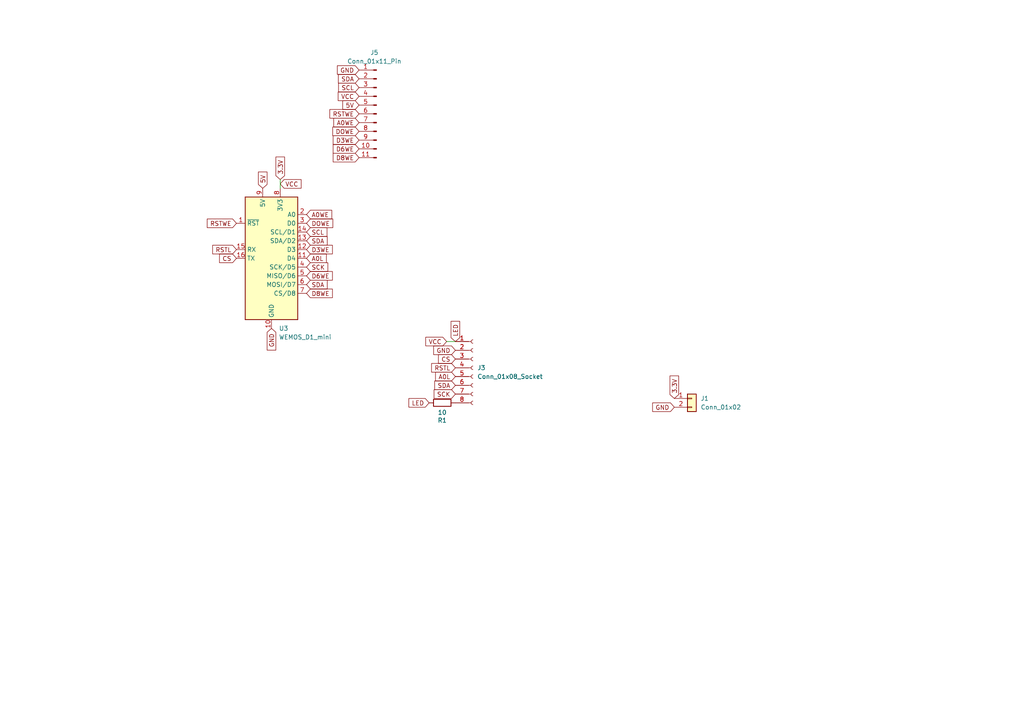
<source format=kicad_sch>
(kicad_sch
	(version 20241209)
	(generator "eeschema")
	(generator_version "8.99")
	(uuid "e8b92681-acdb-4d9b-b258-0eef7a166544")
	(paper "A4")
	(lib_symbols
		(symbol "Connector:Conn_01x08_Socket"
			(pin_names
				(offset 1.016)
				(hide yes)
			)
			(exclude_from_sim no)
			(in_bom yes)
			(on_board yes)
			(property "Reference" "J"
				(at 0 10.16 0)
				(effects
					(font
						(size 1.27 1.27)
					)
				)
			)
			(property "Value" "Conn_01x08_Socket"
				(at 0 -12.7 0)
				(effects
					(font
						(size 1.27 1.27)
					)
				)
			)
			(property "Footprint" ""
				(at 0 0 0)
				(effects
					(font
						(size 1.27 1.27)
					)
					(hide yes)
				)
			)
			(property "Datasheet" "~"
				(at 0 0 0)
				(effects
					(font
						(size 1.27 1.27)
					)
					(hide yes)
				)
			)
			(property "Description" "Generic connector, single row, 01x08, script generated"
				(at 0 0 0)
				(effects
					(font
						(size 1.27 1.27)
					)
					(hide yes)
				)
			)
			(property "ki_locked" ""
				(at 0 0 0)
				(effects
					(font
						(size 1.27 1.27)
					)
				)
			)
			(property "ki_keywords" "connector"
				(at 0 0 0)
				(effects
					(font
						(size 1.27 1.27)
					)
					(hide yes)
				)
			)
			(property "ki_fp_filters" "Connector*:*_1x??_*"
				(at 0 0 0)
				(effects
					(font
						(size 1.27 1.27)
					)
					(hide yes)
				)
			)
			(symbol "Conn_01x08_Socket_1_1"
				(polyline
					(pts
						(xy -1.27 7.62) (xy -0.508 7.62)
					)
					(stroke
						(width 0.1524)
						(type default)
					)
					(fill
						(type none)
					)
				)
				(polyline
					(pts
						(xy -1.27 5.08) (xy -0.508 5.08)
					)
					(stroke
						(width 0.1524)
						(type default)
					)
					(fill
						(type none)
					)
				)
				(polyline
					(pts
						(xy -1.27 2.54) (xy -0.508 2.54)
					)
					(stroke
						(width 0.1524)
						(type default)
					)
					(fill
						(type none)
					)
				)
				(polyline
					(pts
						(xy -1.27 0) (xy -0.508 0)
					)
					(stroke
						(width 0.1524)
						(type default)
					)
					(fill
						(type none)
					)
				)
				(polyline
					(pts
						(xy -1.27 -2.54) (xy -0.508 -2.54)
					)
					(stroke
						(width 0.1524)
						(type default)
					)
					(fill
						(type none)
					)
				)
				(polyline
					(pts
						(xy -1.27 -5.08) (xy -0.508 -5.08)
					)
					(stroke
						(width 0.1524)
						(type default)
					)
					(fill
						(type none)
					)
				)
				(polyline
					(pts
						(xy -1.27 -7.62) (xy -0.508 -7.62)
					)
					(stroke
						(width 0.1524)
						(type default)
					)
					(fill
						(type none)
					)
				)
				(polyline
					(pts
						(xy -1.27 -10.16) (xy -0.508 -10.16)
					)
					(stroke
						(width 0.1524)
						(type default)
					)
					(fill
						(type none)
					)
				)
				(arc
					(start 0 7.112)
					(mid -0.5058 7.62)
					(end 0 8.128)
					(stroke
						(width 0.1524)
						(type default)
					)
					(fill
						(type none)
					)
				)
				(arc
					(start 0 4.572)
					(mid -0.5058 5.08)
					(end 0 5.588)
					(stroke
						(width 0.1524)
						(type default)
					)
					(fill
						(type none)
					)
				)
				(arc
					(start 0 2.032)
					(mid -0.5058 2.54)
					(end 0 3.048)
					(stroke
						(width 0.1524)
						(type default)
					)
					(fill
						(type none)
					)
				)
				(arc
					(start 0 -0.508)
					(mid -0.5058 0)
					(end 0 0.508)
					(stroke
						(width 0.1524)
						(type default)
					)
					(fill
						(type none)
					)
				)
				(arc
					(start 0 -3.048)
					(mid -0.5058 -2.54)
					(end 0 -2.032)
					(stroke
						(width 0.1524)
						(type default)
					)
					(fill
						(type none)
					)
				)
				(arc
					(start 0 -5.588)
					(mid -0.5058 -5.08)
					(end 0 -4.572)
					(stroke
						(width 0.1524)
						(type default)
					)
					(fill
						(type none)
					)
				)
				(arc
					(start 0 -8.128)
					(mid -0.5058 -7.62)
					(end 0 -7.112)
					(stroke
						(width 0.1524)
						(type default)
					)
					(fill
						(type none)
					)
				)
				(arc
					(start 0 -10.668)
					(mid -0.5058 -10.16)
					(end 0 -9.652)
					(stroke
						(width 0.1524)
						(type default)
					)
					(fill
						(type none)
					)
				)
				(pin passive line
					(at -5.08 7.62 0)
					(length 3.81)
					(name "Pin_1"
						(effects
							(font
								(size 1.27 1.27)
							)
						)
					)
					(number "1"
						(effects
							(font
								(size 1.27 1.27)
							)
						)
					)
				)
				(pin passive line
					(at -5.08 5.08 0)
					(length 3.81)
					(name "Pin_2"
						(effects
							(font
								(size 1.27 1.27)
							)
						)
					)
					(number "2"
						(effects
							(font
								(size 1.27 1.27)
							)
						)
					)
				)
				(pin passive line
					(at -5.08 2.54 0)
					(length 3.81)
					(name "Pin_3"
						(effects
							(font
								(size 1.27 1.27)
							)
						)
					)
					(number "3"
						(effects
							(font
								(size 1.27 1.27)
							)
						)
					)
				)
				(pin passive line
					(at -5.08 0 0)
					(length 3.81)
					(name "Pin_4"
						(effects
							(font
								(size 1.27 1.27)
							)
						)
					)
					(number "4"
						(effects
							(font
								(size 1.27 1.27)
							)
						)
					)
				)
				(pin passive line
					(at -5.08 -2.54 0)
					(length 3.81)
					(name "Pin_5"
						(effects
							(font
								(size 1.27 1.27)
							)
						)
					)
					(number "5"
						(effects
							(font
								(size 1.27 1.27)
							)
						)
					)
				)
				(pin passive line
					(at -5.08 -5.08 0)
					(length 3.81)
					(name "Pin_6"
						(effects
							(font
								(size 1.27 1.27)
							)
						)
					)
					(number "6"
						(effects
							(font
								(size 1.27 1.27)
							)
						)
					)
				)
				(pin passive line
					(at -5.08 -7.62 0)
					(length 3.81)
					(name "Pin_7"
						(effects
							(font
								(size 1.27 1.27)
							)
						)
					)
					(number "7"
						(effects
							(font
								(size 1.27 1.27)
							)
						)
					)
				)
				(pin passive line
					(at -5.08 -10.16 0)
					(length 3.81)
					(name "Pin_8"
						(effects
							(font
								(size 1.27 1.27)
							)
						)
					)
					(number "8"
						(effects
							(font
								(size 1.27 1.27)
							)
						)
					)
				)
			)
			(embedded_fonts no)
		)
		(symbol "Connector:Conn_01x11_Pin"
			(pin_names
				(offset 1.016)
				(hide yes)
			)
			(exclude_from_sim no)
			(in_bom yes)
			(on_board yes)
			(property "Reference" "J"
				(at 0 15.24 0)
				(effects
					(font
						(size 1.27 1.27)
					)
				)
			)
			(property "Value" "Conn_01x11_Pin"
				(at 0 -15.24 0)
				(effects
					(font
						(size 1.27 1.27)
					)
				)
			)
			(property "Footprint" ""
				(at 0 0 0)
				(effects
					(font
						(size 1.27 1.27)
					)
					(hide yes)
				)
			)
			(property "Datasheet" "~"
				(at 0 0 0)
				(effects
					(font
						(size 1.27 1.27)
					)
					(hide yes)
				)
			)
			(property "Description" "Generic connector, single row, 01x11, script generated"
				(at 0 0 0)
				(effects
					(font
						(size 1.27 1.27)
					)
					(hide yes)
				)
			)
			(property "ki_locked" ""
				(at 0 0 0)
				(effects
					(font
						(size 1.27 1.27)
					)
				)
			)
			(property "ki_keywords" "connector"
				(at 0 0 0)
				(effects
					(font
						(size 1.27 1.27)
					)
					(hide yes)
				)
			)
			(property "ki_fp_filters" "Connector*:*_1x??_*"
				(at 0 0 0)
				(effects
					(font
						(size 1.27 1.27)
					)
					(hide yes)
				)
			)
			(symbol "Conn_01x11_Pin_1_1"
				(rectangle
					(start 0.8636 12.827)
					(end 0 12.573)
					(stroke
						(width 0.1524)
						(type default)
					)
					(fill
						(type outline)
					)
				)
				(rectangle
					(start 0.8636 10.287)
					(end 0 10.033)
					(stroke
						(width 0.1524)
						(type default)
					)
					(fill
						(type outline)
					)
				)
				(rectangle
					(start 0.8636 7.747)
					(end 0 7.493)
					(stroke
						(width 0.1524)
						(type default)
					)
					(fill
						(type outline)
					)
				)
				(rectangle
					(start 0.8636 5.207)
					(end 0 4.953)
					(stroke
						(width 0.1524)
						(type default)
					)
					(fill
						(type outline)
					)
				)
				(rectangle
					(start 0.8636 2.667)
					(end 0 2.413)
					(stroke
						(width 0.1524)
						(type default)
					)
					(fill
						(type outline)
					)
				)
				(rectangle
					(start 0.8636 0.127)
					(end 0 -0.127)
					(stroke
						(width 0.1524)
						(type default)
					)
					(fill
						(type outline)
					)
				)
				(rectangle
					(start 0.8636 -2.413)
					(end 0 -2.667)
					(stroke
						(width 0.1524)
						(type default)
					)
					(fill
						(type outline)
					)
				)
				(rectangle
					(start 0.8636 -4.953)
					(end 0 -5.207)
					(stroke
						(width 0.1524)
						(type default)
					)
					(fill
						(type outline)
					)
				)
				(rectangle
					(start 0.8636 -7.493)
					(end 0 -7.747)
					(stroke
						(width 0.1524)
						(type default)
					)
					(fill
						(type outline)
					)
				)
				(rectangle
					(start 0.8636 -10.033)
					(end 0 -10.287)
					(stroke
						(width 0.1524)
						(type default)
					)
					(fill
						(type outline)
					)
				)
				(rectangle
					(start 0.8636 -12.573)
					(end 0 -12.827)
					(stroke
						(width 0.1524)
						(type default)
					)
					(fill
						(type outline)
					)
				)
				(polyline
					(pts
						(xy 1.27 12.7) (xy 0.8636 12.7)
					)
					(stroke
						(width 0.1524)
						(type default)
					)
					(fill
						(type none)
					)
				)
				(polyline
					(pts
						(xy 1.27 10.16) (xy 0.8636 10.16)
					)
					(stroke
						(width 0.1524)
						(type default)
					)
					(fill
						(type none)
					)
				)
				(polyline
					(pts
						(xy 1.27 7.62) (xy 0.8636 7.62)
					)
					(stroke
						(width 0.1524)
						(type default)
					)
					(fill
						(type none)
					)
				)
				(polyline
					(pts
						(xy 1.27 5.08) (xy 0.8636 5.08)
					)
					(stroke
						(width 0.1524)
						(type default)
					)
					(fill
						(type none)
					)
				)
				(polyline
					(pts
						(xy 1.27 2.54) (xy 0.8636 2.54)
					)
					(stroke
						(width 0.1524)
						(type default)
					)
					(fill
						(type none)
					)
				)
				(polyline
					(pts
						(xy 1.27 0) (xy 0.8636 0)
					)
					(stroke
						(width 0.1524)
						(type default)
					)
					(fill
						(type none)
					)
				)
				(polyline
					(pts
						(xy 1.27 -2.54) (xy 0.8636 -2.54)
					)
					(stroke
						(width 0.1524)
						(type default)
					)
					(fill
						(type none)
					)
				)
				(polyline
					(pts
						(xy 1.27 -5.08) (xy 0.8636 -5.08)
					)
					(stroke
						(width 0.1524)
						(type default)
					)
					(fill
						(type none)
					)
				)
				(polyline
					(pts
						(xy 1.27 -7.62) (xy 0.8636 -7.62)
					)
					(stroke
						(width 0.1524)
						(type default)
					)
					(fill
						(type none)
					)
				)
				(polyline
					(pts
						(xy 1.27 -10.16) (xy 0.8636 -10.16)
					)
					(stroke
						(width 0.1524)
						(type default)
					)
					(fill
						(type none)
					)
				)
				(polyline
					(pts
						(xy 1.27 -12.7) (xy 0.8636 -12.7)
					)
					(stroke
						(width 0.1524)
						(type default)
					)
					(fill
						(type none)
					)
				)
				(pin passive line
					(at 5.08 12.7 180)
					(length 3.81)
					(name "Pin_1"
						(effects
							(font
								(size 1.27 1.27)
							)
						)
					)
					(number "1"
						(effects
							(font
								(size 1.27 1.27)
							)
						)
					)
				)
				(pin passive line
					(at 5.08 10.16 180)
					(length 3.81)
					(name "Pin_2"
						(effects
							(font
								(size 1.27 1.27)
							)
						)
					)
					(number "2"
						(effects
							(font
								(size 1.27 1.27)
							)
						)
					)
				)
				(pin passive line
					(at 5.08 7.62 180)
					(length 3.81)
					(name "Pin_3"
						(effects
							(font
								(size 1.27 1.27)
							)
						)
					)
					(number "3"
						(effects
							(font
								(size 1.27 1.27)
							)
						)
					)
				)
				(pin passive line
					(at 5.08 5.08 180)
					(length 3.81)
					(name "Pin_4"
						(effects
							(font
								(size 1.27 1.27)
							)
						)
					)
					(number "4"
						(effects
							(font
								(size 1.27 1.27)
							)
						)
					)
				)
				(pin passive line
					(at 5.08 2.54 180)
					(length 3.81)
					(name "Pin_5"
						(effects
							(font
								(size 1.27 1.27)
							)
						)
					)
					(number "5"
						(effects
							(font
								(size 1.27 1.27)
							)
						)
					)
				)
				(pin passive line
					(at 5.08 0 180)
					(length 3.81)
					(name "Pin_6"
						(effects
							(font
								(size 1.27 1.27)
							)
						)
					)
					(number "6"
						(effects
							(font
								(size 1.27 1.27)
							)
						)
					)
				)
				(pin passive line
					(at 5.08 -2.54 180)
					(length 3.81)
					(name "Pin_7"
						(effects
							(font
								(size 1.27 1.27)
							)
						)
					)
					(number "7"
						(effects
							(font
								(size 1.27 1.27)
							)
						)
					)
				)
				(pin passive line
					(at 5.08 -5.08 180)
					(length 3.81)
					(name "Pin_8"
						(effects
							(font
								(size 1.27 1.27)
							)
						)
					)
					(number "8"
						(effects
							(font
								(size 1.27 1.27)
							)
						)
					)
				)
				(pin passive line
					(at 5.08 -7.62 180)
					(length 3.81)
					(name "Pin_9"
						(effects
							(font
								(size 1.27 1.27)
							)
						)
					)
					(number "9"
						(effects
							(font
								(size 1.27 1.27)
							)
						)
					)
				)
				(pin passive line
					(at 5.08 -10.16 180)
					(length 3.81)
					(name "Pin_10"
						(effects
							(font
								(size 1.27 1.27)
							)
						)
					)
					(number "10"
						(effects
							(font
								(size 1.27 1.27)
							)
						)
					)
				)
				(pin passive line
					(at 5.08 -12.7 180)
					(length 3.81)
					(name "Pin_11"
						(effects
							(font
								(size 1.27 1.27)
							)
						)
					)
					(number "11"
						(effects
							(font
								(size 1.27 1.27)
							)
						)
					)
				)
			)
			(embedded_fonts no)
		)
		(symbol "Connector_Generic:Conn_01x02"
			(pin_names
				(offset 1.016)
				(hide yes)
			)
			(exclude_from_sim no)
			(in_bom yes)
			(on_board yes)
			(property "Reference" "J"
				(at 0 2.54 0)
				(effects
					(font
						(size 1.27 1.27)
					)
				)
			)
			(property "Value" "Conn_01x02"
				(at 0 -5.08 0)
				(effects
					(font
						(size 1.27 1.27)
					)
				)
			)
			(property "Footprint" ""
				(at 0 0 0)
				(effects
					(font
						(size 1.27 1.27)
					)
					(hide yes)
				)
			)
			(property "Datasheet" "~"
				(at 0 0 0)
				(effects
					(font
						(size 1.27 1.27)
					)
					(hide yes)
				)
			)
			(property "Description" "Generic connector, single row, 01x02, script generated (kicad-library-utils/schlib/autogen/connector/)"
				(at 0 0 0)
				(effects
					(font
						(size 1.27 1.27)
					)
					(hide yes)
				)
			)
			(property "ki_keywords" "connector"
				(at 0 0 0)
				(effects
					(font
						(size 1.27 1.27)
					)
					(hide yes)
				)
			)
			(property "ki_fp_filters" "Connector*:*_1x??_*"
				(at 0 0 0)
				(effects
					(font
						(size 1.27 1.27)
					)
					(hide yes)
				)
			)
			(symbol "Conn_01x02_1_1"
				(rectangle
					(start -1.27 1.27)
					(end 1.27 -3.81)
					(stroke
						(width 0.254)
						(type default)
					)
					(fill
						(type background)
					)
				)
				(rectangle
					(start -1.27 0.127)
					(end 0 -0.127)
					(stroke
						(width 0.1524)
						(type default)
					)
					(fill
						(type none)
					)
				)
				(rectangle
					(start -1.27 -2.413)
					(end 0 -2.667)
					(stroke
						(width 0.1524)
						(type default)
					)
					(fill
						(type none)
					)
				)
				(pin passive line
					(at -5.08 0 0)
					(length 3.81)
					(name "Pin_1"
						(effects
							(font
								(size 1.27 1.27)
							)
						)
					)
					(number "1"
						(effects
							(font
								(size 1.27 1.27)
							)
						)
					)
				)
				(pin passive line
					(at -5.08 -2.54 0)
					(length 3.81)
					(name "Pin_2"
						(effects
							(font
								(size 1.27 1.27)
							)
						)
					)
					(number "2"
						(effects
							(font
								(size 1.27 1.27)
							)
						)
					)
				)
			)
			(embedded_fonts no)
		)
		(symbol "PCM_Resistor_AKL:R_0805"
			(pin_numbers
				(hide yes)
			)
			(pin_names
				(offset 0)
			)
			(exclude_from_sim no)
			(in_bom yes)
			(on_board yes)
			(property "Reference" "R"
				(at 2.54 1.27 0)
				(effects
					(font
						(size 1.27 1.27)
					)
					(justify left)
				)
			)
			(property "Value" "R_0805"
				(at 2.54 -1.27 0)
				(effects
					(font
						(size 1.27 1.27)
					)
					(justify left)
				)
			)
			(property "Footprint" "PCM_Resistor_SMD_AKL:R_0805_2012Metric"
				(at 0 -11.43 0)
				(effects
					(font
						(size 1.27 1.27)
					)
					(hide yes)
				)
			)
			(property "Datasheet" "~"
				(at 0 0 0)
				(effects
					(font
						(size 1.27 1.27)
					)
					(hide yes)
				)
			)
			(property "Description" "SMD 0805 Chip Resistor, European Symbol, Alternate KiCad Library"
				(at 0 0 0)
				(effects
					(font
						(size 1.27 1.27)
					)
					(hide yes)
				)
			)
			(property "ki_keywords" "R res resistor eu  smd 0805"
				(at 0 0 0)
				(effects
					(font
						(size 1.27 1.27)
					)
					(hide yes)
				)
			)
			(property "ki_fp_filters" "R_*"
				(at 0 0 0)
				(effects
					(font
						(size 1.27 1.27)
					)
					(hide yes)
				)
			)
			(symbol "R_0805_0_1"
				(rectangle
					(start -1.016 2.54)
					(end 1.016 -2.54)
					(stroke
						(width 0.254)
						(type default)
					)
					(fill
						(type none)
					)
				)
			)
			(symbol "R_0805_0_2"
				(polyline
					(pts
						(xy -2.54 -2.54) (xy -1.524 -1.524)
					)
					(stroke
						(width 0)
						(type default)
					)
					(fill
						(type none)
					)
				)
				(polyline
					(pts
						(xy 1.524 1.524) (xy 0.889 2.159) (xy -2.159 -0.889) (xy -0.889 -2.159) (xy 2.159 0.889) (xy 1.524 1.524)
					)
					(stroke
						(width 0.254)
						(type default)
					)
					(fill
						(type none)
					)
				)
				(polyline
					(pts
						(xy 1.524 1.524) (xy 2.54 2.54)
					)
					(stroke
						(width 0)
						(type default)
					)
					(fill
						(type none)
					)
				)
			)
			(symbol "R_0805_1_1"
				(pin passive line
					(at 0 3.81 270)
					(length 1.27)
					(name "~"
						(effects
							(font
								(size 1.27 1.27)
							)
						)
					)
					(number "1"
						(effects
							(font
								(size 1.27 1.27)
							)
						)
					)
				)
				(pin passive line
					(at 0 -3.81 90)
					(length 1.27)
					(name "~"
						(effects
							(font
								(size 1.27 1.27)
							)
						)
					)
					(number "2"
						(effects
							(font
								(size 1.27 1.27)
							)
						)
					)
				)
			)
			(symbol "R_0805_1_2"
				(pin passive line
					(at -2.54 -2.54 0)
					(length 0)
					(name ""
						(effects
							(font
								(size 1.27 1.27)
							)
						)
					)
					(number "2"
						(effects
							(font
								(size 1.27 1.27)
							)
						)
					)
				)
				(pin passive line
					(at 2.54 2.54 180)
					(length 0)
					(name ""
						(effects
							(font
								(size 1.27 1.27)
							)
						)
					)
					(number "1"
						(effects
							(font
								(size 1.27 1.27)
							)
						)
					)
				)
			)
			(embedded_fonts no)
		)
		(symbol "RF_Module:WEMOS_D1_mini"
			(exclude_from_sim no)
			(in_bom yes)
			(on_board yes)
			(property "Reference" "U"
				(at 3.81 19.05 0)
				(effects
					(font
						(size 1.27 1.27)
					)
					(justify left)
				)
			)
			(property "Value" "WEMOS_D1_mini"
				(at 1.27 -19.05 0)
				(effects
					(font
						(size 1.27 1.27)
					)
					(justify left)
				)
			)
			(property "Footprint" "RF_Module:WEMOS_D1_mini_light"
				(at 0 -29.21 0)
				(effects
					(font
						(size 1.27 1.27)
					)
					(hide yes)
				)
			)
			(property "Datasheet" "https://wiki.wemos.cc/products:d1:d1_mini#documentation"
				(at -46.99 -29.21 0)
				(effects
					(font
						(size 1.27 1.27)
					)
					(hide yes)
				)
			)
			(property "Description" "32-bit microcontroller module with WiFi"
				(at 0 0 0)
				(effects
					(font
						(size 1.27 1.27)
					)
					(hide yes)
				)
			)
			(property "ki_keywords" "ESP8266 WiFi microcontroller ESP8266EX"
				(at 0 0 0)
				(effects
					(font
						(size 1.27 1.27)
					)
					(hide yes)
				)
			)
			(property "ki_fp_filters" "WEMOS*D1*mini*"
				(at 0 0 0)
				(effects
					(font
						(size 1.27 1.27)
					)
					(hide yes)
				)
			)
			(symbol "WEMOS_D1_mini_1_1"
				(rectangle
					(start -7.62 17.78)
					(end 7.62 -17.78)
					(stroke
						(width 0.254)
						(type default)
					)
					(fill
						(type background)
					)
				)
				(pin input line
					(at -10.16 10.16 0)
					(length 2.54)
					(name "~{RST}"
						(effects
							(font
								(size 1.27 1.27)
							)
						)
					)
					(number "1"
						(effects
							(font
								(size 1.27 1.27)
							)
						)
					)
				)
				(pin input line
					(at -10.16 2.54 0)
					(length 2.54)
					(name "RX"
						(effects
							(font
								(size 1.27 1.27)
							)
						)
					)
					(number "15"
						(effects
							(font
								(size 1.27 1.27)
							)
						)
					)
				)
				(pin output line
					(at -10.16 0 0)
					(length 2.54)
					(name "TX"
						(effects
							(font
								(size 1.27 1.27)
							)
						)
					)
					(number "16"
						(effects
							(font
								(size 1.27 1.27)
							)
						)
					)
				)
				(pin power_in line
					(at -2.54 20.32 270)
					(length 2.54)
					(name "5V"
						(effects
							(font
								(size 1.27 1.27)
							)
						)
					)
					(number "9"
						(effects
							(font
								(size 1.27 1.27)
							)
						)
					)
				)
				(pin power_in line
					(at 0 -20.32 90)
					(length 2.54)
					(name "GND"
						(effects
							(font
								(size 1.27 1.27)
							)
						)
					)
					(number "10"
						(effects
							(font
								(size 1.27 1.27)
							)
						)
					)
				)
				(pin power_out line
					(at 2.54 20.32 270)
					(length 2.54)
					(name "3V3"
						(effects
							(font
								(size 1.27 1.27)
							)
						)
					)
					(number "8"
						(effects
							(font
								(size 1.27 1.27)
							)
						)
					)
				)
				(pin input line
					(at 10.16 12.7 180)
					(length 2.54)
					(name "A0"
						(effects
							(font
								(size 1.27 1.27)
							)
						)
					)
					(number "2"
						(effects
							(font
								(size 1.27 1.27)
							)
						)
					)
				)
				(pin bidirectional line
					(at 10.16 10.16 180)
					(length 2.54)
					(name "D0"
						(effects
							(font
								(size 1.27 1.27)
							)
						)
					)
					(number "3"
						(effects
							(font
								(size 1.27 1.27)
							)
						)
					)
				)
				(pin bidirectional line
					(at 10.16 7.62 180)
					(length 2.54)
					(name "SCL/D1"
						(effects
							(font
								(size 1.27 1.27)
							)
						)
					)
					(number "14"
						(effects
							(font
								(size 1.27 1.27)
							)
						)
					)
				)
				(pin bidirectional line
					(at 10.16 5.08 180)
					(length 2.54)
					(name "SDA/D2"
						(effects
							(font
								(size 1.27 1.27)
							)
						)
					)
					(number "13"
						(effects
							(font
								(size 1.27 1.27)
							)
						)
					)
				)
				(pin bidirectional line
					(at 10.16 2.54 180)
					(length 2.54)
					(name "D3"
						(effects
							(font
								(size 1.27 1.27)
							)
						)
					)
					(number "12"
						(effects
							(font
								(size 1.27 1.27)
							)
						)
					)
				)
				(pin bidirectional line
					(at 10.16 0 180)
					(length 2.54)
					(name "D4"
						(effects
							(font
								(size 1.27 1.27)
							)
						)
					)
					(number "11"
						(effects
							(font
								(size 1.27 1.27)
							)
						)
					)
				)
				(pin bidirectional line
					(at 10.16 -2.54 180)
					(length 2.54)
					(name "SCK/D5"
						(effects
							(font
								(size 1.27 1.27)
							)
						)
					)
					(number "4"
						(effects
							(font
								(size 1.27 1.27)
							)
						)
					)
				)
				(pin bidirectional line
					(at 10.16 -5.08 180)
					(length 2.54)
					(name "MISO/D6"
						(effects
							(font
								(size 1.27 1.27)
							)
						)
					)
					(number "5"
						(effects
							(font
								(size 1.27 1.27)
							)
						)
					)
				)
				(pin bidirectional line
					(at 10.16 -7.62 180)
					(length 2.54)
					(name "MOSI/D7"
						(effects
							(font
								(size 1.27 1.27)
							)
						)
					)
					(number "6"
						(effects
							(font
								(size 1.27 1.27)
							)
						)
					)
				)
				(pin bidirectional line
					(at 10.16 -10.16 180)
					(length 2.54)
					(name "CS/D8"
						(effects
							(font
								(size 1.27 1.27)
							)
						)
					)
					(number "7"
						(effects
							(font
								(size 1.27 1.27)
							)
						)
					)
				)
			)
			(embedded_fonts no)
		)
	)
	(wire
		(pts
			(xy 129.54 99.06) (xy 132.08 99.06)
		)
		(stroke
			(width 0)
			(type default)
		)
		(uuid "05463a78-604d-4242-8b37-a20605be17d2")
	)
	(wire
		(pts
			(xy 81.28 52.07) (xy 81.28 54.61)
		)
		(stroke
			(width 0)
			(type default)
		)
		(uuid "d5b8264d-0ac0-486e-a011-3bb9c7bb310c")
	)
	(global_label "SCL"
		(shape input)
		(at 104.14 25.4 180)
		(fields_autoplaced yes)
		(effects
			(font
				(size 1.27 1.27)
			)
			(justify right)
		)
		(uuid "0571f275-e3c0-440a-bc46-3d6a300e0ebd")
		(property "Intersheetrefs" "${INTERSHEET_REFS}"
			(at 97.6472 25.4 0)
			(effects
				(font
					(size 1.27 1.27)
				)
				(justify right)
				(hide yes)
			)
		)
	)
	(global_label "LED"
		(shape input)
		(at 132.08 99.06 90)
		(fields_autoplaced yes)
		(effects
			(font
				(size 1.27 1.27)
			)
			(justify left)
		)
		(uuid "1e3584a8-7020-42f6-9f67-db79bb707b08")
		(property "Intersheetrefs" "${INTERSHEET_REFS}"
			(at 132.08 92.6277 90)
			(effects
				(font
					(size 1.27 1.27)
				)
				(justify left)
				(hide yes)
			)
		)
	)
	(global_label "D8WE"
		(shape input)
		(at 104.14 45.72 180)
		(fields_autoplaced yes)
		(effects
			(font
				(size 1.27 1.27)
			)
			(justify right)
		)
		(uuid "20a794f4-f5cd-494d-9a75-10005f389b70")
		(property "Intersheetrefs" "${INTERSHEET_REFS}"
			(at 96.0749 45.72 0)
			(effects
				(font
					(size 1.27 1.27)
				)
				(justify right)
				(hide yes)
			)
		)
	)
	(global_label "D8WE"
		(shape input)
		(at 88.9 85.09 0)
		(fields_autoplaced yes)
		(effects
			(font
				(size 1.27 1.27)
			)
			(justify left)
		)
		(uuid "273d9fe1-4377-4a4d-8651-65b9f5013da9")
		(property "Intersheetrefs" "${INTERSHEET_REFS}"
			(at 96.9651 85.09 0)
			(effects
				(font
					(size 1.27 1.27)
				)
				(justify left)
				(hide yes)
			)
		)
	)
	(global_label "D6WE"
		(shape input)
		(at 88.9 80.01 0)
		(fields_autoplaced yes)
		(effects
			(font
				(size 1.27 1.27)
			)
			(justify left)
		)
		(uuid "2ebb355e-b2ac-4cf7-8e46-80dde31d69da")
		(property "Intersheetrefs" "${INTERSHEET_REFS}"
			(at 96.9651 80.01 0)
			(effects
				(font
					(size 1.27 1.27)
				)
				(justify left)
				(hide yes)
			)
		)
	)
	(global_label "SCK"
		(shape input)
		(at 88.9 77.47 0)
		(fields_autoplaced yes)
		(effects
			(font
				(size 1.27 1.27)
			)
			(justify left)
		)
		(uuid "35d454af-e5b3-4168-8055-5e223e97ae0b")
		(property "Intersheetrefs" "${INTERSHEET_REFS}"
			(at 95.6347 77.47 0)
			(effects
				(font
					(size 1.27 1.27)
				)
				(justify left)
				(hide yes)
			)
		)
	)
	(global_label "CS"
		(shape input)
		(at 132.08 104.14 180)
		(fields_autoplaced yes)
		(effects
			(font
				(size 1.27 1.27)
			)
			(justify right)
		)
		(uuid "36baf07a-e0a6-4de0-9706-a0f484eebf51")
		(property "Intersheetrefs" "${INTERSHEET_REFS}"
			(at 126.6153 104.14 0)
			(effects
				(font
					(size 1.27 1.27)
				)
				(justify right)
				(hide yes)
			)
		)
	)
	(global_label "DOWE"
		(shape input)
		(at 104.14 38.1 180)
		(fields_autoplaced yes)
		(effects
			(font
				(size 1.27 1.27)
			)
			(justify right)
		)
		(uuid "3e182a66-81fa-4bc2-87ac-b060a811e5d3")
		(property "Intersheetrefs" "${INTERSHEET_REFS}"
			(at 95.9539 38.1 0)
			(effects
				(font
					(size 1.27 1.27)
				)
				(justify right)
				(hide yes)
			)
		)
	)
	(global_label "D3WE"
		(shape input)
		(at 104.14 40.64 180)
		(fields_autoplaced yes)
		(effects
			(font
				(size 1.27 1.27)
			)
			(justify right)
		)
		(uuid "452d852e-af90-4dd4-b6ed-3c2bf310be73")
		(property "Intersheetrefs" "${INTERSHEET_REFS}"
			(at 96.0749 40.64 0)
			(effects
				(font
					(size 1.27 1.27)
				)
				(justify right)
				(hide yes)
			)
		)
	)
	(global_label "LED"
		(shape input)
		(at 124.46 116.84 180)
		(fields_autoplaced yes)
		(effects
			(font
				(size 1.27 1.27)
			)
			(justify right)
		)
		(uuid "4b186a69-f2dd-4168-949c-8c665406cd1d")
		(property "Intersheetrefs" "${INTERSHEET_REFS}"
			(at 118.0277 116.84 0)
			(effects
				(font
					(size 1.27 1.27)
				)
				(justify right)
				(hide yes)
			)
		)
	)
	(global_label "SDA"
		(shape input)
		(at 104.14 22.86 180)
		(fields_autoplaced yes)
		(effects
			(font
				(size 1.27 1.27)
			)
			(justify right)
		)
		(uuid "4d970690-b94a-4e39-90f8-b7f98607f096")
		(property "Intersheetrefs" "${INTERSHEET_REFS}"
			(at 97.5867 22.86 0)
			(effects
				(font
					(size 1.27 1.27)
				)
				(justify right)
				(hide yes)
			)
		)
	)
	(global_label "SDA"
		(shape input)
		(at 88.9 69.85 0)
		(fields_autoplaced yes)
		(effects
			(font
				(size 1.27 1.27)
			)
			(justify left)
		)
		(uuid "555f6618-25f7-416e-acf1-8ba5018ded7c")
		(property "Intersheetrefs" "${INTERSHEET_REFS}"
			(at 95.4533 69.85 0)
			(effects
				(font
					(size 1.27 1.27)
				)
				(justify left)
				(hide yes)
			)
		)
	)
	(global_label "GND"
		(shape input)
		(at 78.74 95.25 270)
		(fields_autoplaced yes)
		(effects
			(font
				(size 1.27 1.27)
			)
			(justify right)
		)
		(uuid "563e9f77-c062-42f4-8f8e-94dbead476b9")
		(property "Intersheetrefs" "${INTERSHEET_REFS}"
			(at 78.74 102.1057 90)
			(effects
				(font
					(size 1.27 1.27)
				)
				(justify right)
				(hide yes)
			)
		)
	)
	(global_label "5V"
		(shape input)
		(at 104.14 30.48 180)
		(fields_autoplaced yes)
		(effects
			(font
				(size 1.27 1.27)
			)
			(justify right)
		)
		(uuid "592ac771-6ee2-461e-97bc-386fe08cd4b0")
		(property "Intersheetrefs" "${INTERSHEET_REFS}"
			(at 98.8567 30.48 0)
			(effects
				(font
					(size 1.27 1.27)
				)
				(justify right)
				(hide yes)
			)
		)
	)
	(global_label "SCK"
		(shape input)
		(at 132.08 114.3 180)
		(fields_autoplaced yes)
		(effects
			(font
				(size 1.27 1.27)
			)
			(justify right)
		)
		(uuid "5d4364fc-b6f9-4e88-88b6-b1ca40b086a7")
		(property "Intersheetrefs" "${INTERSHEET_REFS}"
			(at 125.3453 114.3 0)
			(effects
				(font
					(size 1.27 1.27)
				)
				(justify right)
				(hide yes)
			)
		)
	)
	(global_label "A0WE"
		(shape input)
		(at 104.14 35.56 180)
		(fields_autoplaced yes)
		(effects
			(font
				(size 1.27 1.27)
			)
			(justify right)
		)
		(uuid "665db7d7-f26f-4e97-8a9e-b4ad10e41b2b")
		(property "Intersheetrefs" "${INTERSHEET_REFS}"
			(at 96.2563 35.56 0)
			(effects
				(font
					(size 1.27 1.27)
				)
				(justify right)
				(hide yes)
			)
		)
	)
	(global_label "A0WE"
		(shape input)
		(at 88.9 62.23 0)
		(fields_autoplaced yes)
		(effects
			(font
				(size 1.27 1.27)
			)
			(justify left)
		)
		(uuid "6e0d7552-f42d-4c8d-b65d-a093e42b3ae4")
		(property "Intersheetrefs" "${INTERSHEET_REFS}"
			(at 96.7837 62.23 0)
			(effects
				(font
					(size 1.27 1.27)
				)
				(justify left)
				(hide yes)
			)
		)
	)
	(global_label "SCL"
		(shape input)
		(at 88.9 67.31 0)
		(fields_autoplaced yes)
		(effects
			(font
				(size 1.27 1.27)
			)
			(justify left)
		)
		(uuid "71a2e613-8b3a-4d26-a8a0-c53c67bc9d65")
		(property "Intersheetrefs" "${INTERSHEET_REFS}"
			(at 95.3928 67.31 0)
			(effects
				(font
					(size 1.27 1.27)
				)
				(justify left)
				(hide yes)
			)
		)
	)
	(global_label "GND"
		(shape input)
		(at 195.58 118.11 180)
		(fields_autoplaced yes)
		(effects
			(font
				(size 1.27 1.27)
			)
			(justify right)
		)
		(uuid "72da4549-1c88-4153-a051-93ef154399a2")
		(property "Intersheetrefs" "${INTERSHEET_REFS}"
			(at 188.7243 118.11 0)
			(effects
				(font
					(size 1.27 1.27)
				)
				(justify right)
				(hide yes)
			)
		)
	)
	(global_label "VCC"
		(shape input)
		(at 104.14 27.94 180)
		(fields_autoplaced yes)
		(effects
			(font
				(size 1.27 1.27)
			)
			(justify right)
		)
		(uuid "7ae15040-dbdb-470f-a108-e97bee78983f")
		(property "Intersheetrefs" "${INTERSHEET_REFS}"
			(at 97.5262 27.94 0)
			(effects
				(font
					(size 1.27 1.27)
				)
				(justify right)
				(hide yes)
			)
		)
	)
	(global_label "RSTWE"
		(shape input)
		(at 68.58 64.77 180)
		(fields_autoplaced yes)
		(effects
			(font
				(size 1.27 1.27)
			)
			(justify right)
		)
		(uuid "7f63c625-353b-4aa1-a856-fe0bb3652b77")
		(property "Intersheetrefs" "${INTERSHEET_REFS}"
			(at 59.5473 64.77 0)
			(effects
				(font
					(size 1.27 1.27)
				)
				(justify right)
				(hide yes)
			)
		)
	)
	(global_label "VCC"
		(shape input)
		(at 129.54 99.06 180)
		(fields_autoplaced yes)
		(effects
			(font
				(size 1.27 1.27)
			)
			(justify right)
		)
		(uuid "7fb6b938-2dca-4422-8aa3-9b73ff75b05f")
		(property "Intersheetrefs" "${INTERSHEET_REFS}"
			(at 122.9262 99.06 0)
			(effects
				(font
					(size 1.27 1.27)
				)
				(justify right)
				(hide yes)
			)
		)
	)
	(global_label "SDA"
		(shape input)
		(at 132.08 111.76 180)
		(fields_autoplaced yes)
		(effects
			(font
				(size 1.27 1.27)
			)
			(justify right)
		)
		(uuid "93c781b2-1197-48f2-bf0f-ee482f2f1bea")
		(property "Intersheetrefs" "${INTERSHEET_REFS}"
			(at 125.5267 111.76 0)
			(effects
				(font
					(size 1.27 1.27)
				)
				(justify right)
				(hide yes)
			)
		)
	)
	(global_label "RSTL"
		(shape input)
		(at 132.08 106.68 180)
		(fields_autoplaced yes)
		(effects
			(font
				(size 1.27 1.27)
			)
			(justify right)
		)
		(uuid "9c3cd82d-d267-40d0-b569-d2e7a17f266e")
		(property "Intersheetrefs" "${INTERSHEET_REFS}"
			(at 124.6196 106.68 0)
			(effects
				(font
					(size 1.27 1.27)
				)
				(justify right)
				(hide yes)
			)
		)
	)
	(global_label "DOWE"
		(shape input)
		(at 88.9 64.77 0)
		(fields_autoplaced yes)
		(effects
			(font
				(size 1.27 1.27)
			)
			(justify left)
		)
		(uuid "9fee96e9-6c36-48ae-b5e2-0c5b5f4d37f0")
		(property "Intersheetrefs" "${INTERSHEET_REFS}"
			(at 97.0861 64.77 0)
			(effects
				(font
					(size 1.27 1.27)
				)
				(justify left)
				(hide yes)
			)
		)
	)
	(global_label "SDA"
		(shape input)
		(at 88.9 82.55 0)
		(fields_autoplaced yes)
		(effects
			(font
				(size 1.27 1.27)
			)
			(justify left)
		)
		(uuid "a950bee6-e206-4d29-bb73-9b173a03ebfa")
		(property "Intersheetrefs" "${INTERSHEET_REFS}"
			(at 95.4533 82.55 0)
			(effects
				(font
					(size 1.27 1.27)
				)
				(justify left)
				(hide yes)
			)
		)
	)
	(global_label "5V"
		(shape input)
		(at 76.2 54.61 90)
		(fields_autoplaced yes)
		(effects
			(font
				(size 1.27 1.27)
			)
			(justify left)
		)
		(uuid "aabc63d9-9f5f-4cdd-bd19-d3625af55b30")
		(property "Intersheetrefs" "${INTERSHEET_REFS}"
			(at 76.2 49.3267 90)
			(effects
				(font
					(size 1.27 1.27)
				)
				(justify left)
				(hide yes)
			)
		)
	)
	(global_label "A0L"
		(shape input)
		(at 132.08 109.22 180)
		(fields_autoplaced yes)
		(effects
			(font
				(size 1.27 1.27)
			)
			(justify right)
		)
		(uuid "b5868dcd-5903-4f09-bb23-dbd98c85d794")
		(property "Intersheetrefs" "${INTERSHEET_REFS}"
			(at 125.7686 109.22 0)
			(effects
				(font
					(size 1.27 1.27)
				)
				(justify right)
				(hide yes)
			)
		)
	)
	(global_label "A0L"
		(shape input)
		(at 88.9 74.93 0)
		(fields_autoplaced yes)
		(effects
			(font
				(size 1.27 1.27)
			)
			(justify left)
		)
		(uuid "b8df1648-8b01-44c7-8fed-447545afb62b")
		(property "Intersheetrefs" "${INTERSHEET_REFS}"
			(at 95.2114 74.93 0)
			(effects
				(font
					(size 1.27 1.27)
				)
				(justify left)
				(hide yes)
			)
		)
	)
	(global_label "D6WE"
		(shape input)
		(at 104.14 43.18 180)
		(fields_autoplaced yes)
		(effects
			(font
				(size 1.27 1.27)
			)
			(justify right)
		)
		(uuid "bf862342-da55-419e-833d-4108b6694dac")
		(property "Intersheetrefs" "${INTERSHEET_REFS}"
			(at 96.0749 43.18 0)
			(effects
				(font
					(size 1.27 1.27)
				)
				(justify right)
				(hide yes)
			)
		)
	)
	(global_label "CS"
		(shape input)
		(at 68.58 74.93 180)
		(fields_autoplaced yes)
		(effects
			(font
				(size 1.27 1.27)
			)
			(justify right)
		)
		(uuid "c2c91e3d-3416-4a6a-b890-ab19bb9f6b1e")
		(property "Intersheetrefs" "${INTERSHEET_REFS}"
			(at 63.1153 74.93 0)
			(effects
				(font
					(size 1.27 1.27)
				)
				(justify right)
				(hide yes)
			)
		)
	)
	(global_label "GND"
		(shape input)
		(at 104.14 20.32 180)
		(fields_autoplaced yes)
		(effects
			(font
				(size 1.27 1.27)
			)
			(justify right)
		)
		(uuid "c5eb0974-c457-4060-9b14-906d1fc8ad8e")
		(property "Intersheetrefs" "${INTERSHEET_REFS}"
			(at 97.2843 20.32 0)
			(effects
				(font
					(size 1.27 1.27)
				)
				(justify right)
				(hide yes)
			)
		)
	)
	(global_label "RSTL"
		(shape input)
		(at 68.58 72.39 180)
		(fields_autoplaced yes)
		(effects
			(font
				(size 1.27 1.27)
			)
			(justify right)
		)
		(uuid "c73c4346-b09e-4e4f-8e8b-fb9699182315")
		(property "Intersheetrefs" "${INTERSHEET_REFS}"
			(at 61.1196 72.39 0)
			(effects
				(font
					(size 1.27 1.27)
				)
				(justify right)
				(hide yes)
			)
		)
	)
	(global_label "3.3V"
		(shape input)
		(at 81.28 52.07 90)
		(fields_autoplaced yes)
		(effects
			(font
				(size 1.27 1.27)
			)
			(justify left)
		)
		(uuid "d0644b12-d924-43a5-87e4-12eb5fd9bd4c")
		(property "Intersheetrefs" "${INTERSHEET_REFS}"
			(at 81.28 44.9724 90)
			(effects
				(font
					(size 1.27 1.27)
				)
				(justify left)
				(hide yes)
			)
		)
	)
	(global_label "VCC"
		(shape input)
		(at 81.28 53.34 0)
		(fields_autoplaced yes)
		(effects
			(font
				(size 1.27 1.27)
			)
			(justify left)
		)
		(uuid "e163195d-22e9-4613-984b-6207bce61e9d")
		(property "Intersheetrefs" "${INTERSHEET_REFS}"
			(at 87.8938 53.34 0)
			(effects
				(font
					(size 1.27 1.27)
				)
				(justify left)
				(hide yes)
			)
		)
	)
	(global_label "GND"
		(shape input)
		(at 132.08 101.6 180)
		(fields_autoplaced yes)
		(effects
			(font
				(size 1.27 1.27)
			)
			(justify right)
		)
		(uuid "e6a3729a-20e6-4869-93b3-7f7f7fef1bf9")
		(property "Intersheetrefs" "${INTERSHEET_REFS}"
			(at 125.2243 101.6 0)
			(effects
				(font
					(size 1.27 1.27)
				)
				(justify right)
				(hide yes)
			)
		)
	)
	(global_label "D3WE"
		(shape input)
		(at 88.9 72.39 0)
		(fields_autoplaced yes)
		(effects
			(font
				(size 1.27 1.27)
			)
			(justify left)
		)
		(uuid "e885fac4-54b6-40a9-b5a2-80b7e9111cf1")
		(property "Intersheetrefs" "${INTERSHEET_REFS}"
			(at 96.9651 72.39 0)
			(effects
				(font
					(size 1.27 1.27)
				)
				(justify left)
				(hide yes)
			)
		)
	)
	(global_label "RSTWE"
		(shape input)
		(at 104.14 33.02 180)
		(fields_autoplaced yes)
		(effects
			(font
				(size 1.27 1.27)
			)
			(justify right)
		)
		(uuid "f38e1595-078e-45be-8853-9efc1474d24b")
		(property "Intersheetrefs" "${INTERSHEET_REFS}"
			(at 95.1073 33.02 0)
			(effects
				(font
					(size 1.27 1.27)
				)
				(justify right)
				(hide yes)
			)
		)
	)
	(global_label "3.3V"
		(shape input)
		(at 195.58 115.57 90)
		(fields_autoplaced yes)
		(effects
			(font
				(size 1.27 1.27)
			)
			(justify left)
		)
		(uuid "fcae8fb0-df45-41c4-bfd6-eb299e98ccb9")
		(property "Intersheetrefs" "${INTERSHEET_REFS}"
			(at 195.58 108.4724 90)
			(effects
				(font
					(size 1.27 1.27)
				)
				(justify left)
				(hide yes)
			)
		)
	)
	(symbol
		(lib_id "RF_Module:WEMOS_D1_mini")
		(at 78.74 74.93 0)
		(unit 1)
		(exclude_from_sim no)
		(in_bom yes)
		(on_board yes)
		(dnp no)
		(fields_autoplaced yes)
		(uuid "2f332b7e-5c08-4ee2-bd31-35e725d546aa")
		(property "Reference" "U3"
			(at 80.8833 95.25 0)
			(effects
				(font
					(size 1.27 1.27)
				)
				(justify left)
			)
		)
		(property "Value" "WEMOS_D1_mini"
			(at 80.8833 97.79 0)
			(effects
				(font
					(size 1.27 1.27)
				)
				(justify left)
			)
		)
		(property "Footprint" "RF_Module:WEMOS_D1_mini_light"
			(at 78.74 104.14 0)
			(effects
				(font
					(size 1.27 1.27)
				)
				(hide yes)
			)
		)
		(property "Datasheet" "https://wiki.wemos.cc/products:d1:d1_mini#documentation"
			(at 31.75 104.14 0)
			(effects
				(font
					(size 1.27 1.27)
				)
				(hide yes)
			)
		)
		(property "Description" "32-bit microcontroller module with WiFi"
			(at 78.74 74.93 0)
			(effects
				(font
					(size 1.27 1.27)
				)
				(hide yes)
			)
		)
		(pin "5"
			(uuid "aab08651-c222-40f3-b786-9b8daea4990f")
		)
		(pin "6"
			(uuid "6196bba9-f86b-43f5-b2a0-5c0d11fda9fd")
		)
		(pin "7"
			(uuid "ec0dbc92-bee6-4ecb-a8d4-c50b33b63d80")
		)
		(pin "8"
			(uuid "c7e83956-aff7-4350-a2cd-03d2af051274")
		)
		(pin "2"
			(uuid "9bb39e01-f08b-40e4-b63d-a4c55f4680f9")
		)
		(pin "14"
			(uuid "5fd584df-2deb-435b-880c-710494da482d")
		)
		(pin "12"
			(uuid "9fe894f0-9f72-4309-b207-f9094cd365e5")
		)
		(pin "11"
			(uuid "f676dba5-11f5-4c0e-a727-944d6ba879ee")
		)
		(pin "3"
			(uuid "d5f467e2-da46-4d69-8847-e27203f641b4")
		)
		(pin "16"
			(uuid "db5bb55a-4c17-4f44-b9af-981ef4e69464")
		)
		(pin "10"
			(uuid "b1487cc6-ad12-4174-a50f-f78fc16b8a3f")
		)
		(pin "4"
			(uuid "2a7a6939-622d-4e59-a0e5-0cdfdda985db")
		)
		(pin "13"
			(uuid "cf1046c8-2a06-4609-9ac4-94becb2df9bc")
		)
		(pin "1"
			(uuid "9646fed7-12cc-4729-9216-51cf4887ed85")
		)
		(pin "15"
			(uuid "2689370c-fe5a-4e3e-8ef2-0e2382606246")
		)
		(pin "9"
			(uuid "2344230d-0b11-4944-a53f-8baa0f690f56")
		)
		(instances
			(project ""
				(path "/e8b92681-acdb-4d9b-b258-0eef7a166544"
					(reference "U3")
					(unit 1)
				)
			)
		)
	)
	(symbol
		(lib_id "Connector:Conn_01x11_Pin")
		(at 109.22 33.02 0)
		(mirror y)
		(unit 1)
		(exclude_from_sim no)
		(in_bom yes)
		(on_board yes)
		(dnp no)
		(uuid "68fbefc2-8358-4d70-a492-5ed64db0c99f")
		(property "Reference" "J5"
			(at 108.585 15.24 0)
			(effects
				(font
					(size 1.27 1.27)
				)
			)
		)
		(property "Value" "Conn_01x11_Pin"
			(at 108.585 17.78 0)
			(effects
				(font
					(size 1.27 1.27)
				)
			)
		)
		(property "Footprint" "Connector_PinHeader_2.54mm:PinHeader_1x11_P2.54mm_Vertical"
			(at 109.22 33.02 0)
			(effects
				(font
					(size 1.27 1.27)
				)
				(hide yes)
			)
		)
		(property "Datasheet" "~"
			(at 109.22 33.02 0)
			(effects
				(font
					(size 1.27 1.27)
				)
				(hide yes)
			)
		)
		(property "Description" "Generic connector, single row, 01x11, script generated"
			(at 109.22 33.02 0)
			(effects
				(font
					(size 1.27 1.27)
				)
				(hide yes)
			)
		)
		(pin "4"
			(uuid "5f96a7b4-6c47-4865-9fde-bc2b6a336ee2")
		)
		(pin "11"
			(uuid "aa110078-16da-44b7-93fc-80c8f3f77ee0")
		)
		(pin "6"
			(uuid "c599d3d8-6ce0-4b7e-b218-2bde995f88ce")
		)
		(pin "5"
			(uuid "800de87f-c945-439d-a5fb-81aa391a4349")
		)
		(pin "10"
			(uuid "b3d88e37-c2db-4a81-8278-d27aa1c7aba9")
		)
		(pin "7"
			(uuid "cb2c7a1a-ba4c-4be8-b8ab-86d36cae38a4")
		)
		(pin "1"
			(uuid "16dbfc2b-7702-4c91-b106-2ed7da0006bc")
		)
		(pin "8"
			(uuid "b7a56fd6-c430-480d-ab9c-44fdc3e1b95b")
		)
		(pin "9"
			(uuid "cf99efe5-9498-4a49-90ee-5f86357d24c3")
		)
		(pin "3"
			(uuid "1f1b0461-c8f3-4e31-a6fc-df58b602fc4e")
		)
		(pin "2"
			(uuid "21aee904-5bf3-4b7a-b8b8-06fe4b8622ba")
		)
		(instances
			(project ""
				(path "/e8b92681-acdb-4d9b-b258-0eef7a166544"
					(reference "J5")
					(unit 1)
				)
			)
		)
	)
	(symbol
		(lib_id "Connector:Conn_01x08_Socket")
		(at 137.16 106.68 0)
		(unit 1)
		(exclude_from_sim no)
		(in_bom yes)
		(on_board yes)
		(dnp no)
		(fields_autoplaced yes)
		(uuid "781d1bd9-e46c-4c5c-a109-2b237e1f2738")
		(property "Reference" "J3"
			(at 138.43 106.6799 0)
			(effects
				(font
					(size 1.27 1.27)
				)
				(justify left)
			)
		)
		(property "Value" "Conn_01x08_Socket"
			(at 138.43 109.2199 0)
			(effects
				(font
					(size 1.27 1.27)
				)
				(justify left)
			)
		)
		(property "Footprint" "Connector_PinHeader_2.54mm:PinHeader_1x08_P2.54mm_Vertical"
			(at 137.16 106.68 0)
			(effects
				(font
					(size 1.27 1.27)
				)
				(hide yes)
			)
		)
		(property "Datasheet" "~"
			(at 137.16 106.68 0)
			(effects
				(font
					(size 1.27 1.27)
				)
				(hide yes)
			)
		)
		(property "Description" "Generic connector, single row, 01x08, script generated"
			(at 137.16 106.68 0)
			(effects
				(font
					(size 1.27 1.27)
				)
				(hide yes)
			)
		)
		(pin "1"
			(uuid "ec89f10c-6c9f-4a1a-8bc5-339186231688")
		)
		(pin "7"
			(uuid "632f2e71-6aa3-451c-a365-ea52c503ac15")
		)
		(pin "2"
			(uuid "c760d6b3-cb64-4a8f-8022-08bccda1806e")
		)
		(pin "3"
			(uuid "ad2d6ef3-8623-42ef-831d-0241fedece82")
		)
		(pin "4"
			(uuid "433292d4-a113-41ad-880c-def4834b5f89")
		)
		(pin "5"
			(uuid "a3799b42-6cf8-433f-9ed9-9b97b6a52d51")
		)
		(pin "6"
			(uuid "266d6950-ba44-42b6-b901-b469fe1c17db")
		)
		(pin "8"
			(uuid "ef809f66-1f61-41e0-b12e-a3acac1f82fe")
		)
		(instances
			(project ""
				(path "/e8b92681-acdb-4d9b-b258-0eef7a166544"
					(reference "J3")
					(unit 1)
				)
			)
		)
	)
	(symbol
		(lib_id "PCM_Resistor_AKL:R_0805")
		(at 128.27 116.84 90)
		(unit 1)
		(exclude_from_sim no)
		(in_bom yes)
		(on_board yes)
		(dnp no)
		(uuid "c3ed0c06-4958-42f2-8637-40153a64751f")
		(property "Reference" "R1"
			(at 128.27 121.92 90)
			(effects
				(font
					(size 1.27 1.27)
				)
			)
		)
		(property "Value" "10"
			(at 128.27 119.634 90)
			(effects
				(font
					(size 1.27 1.27)
				)
			)
		)
		(property "Footprint" "PCM_Resistor_SMD_AKL:R_0805_2012Metric"
			(at 139.7 116.84 0)
			(effects
				(font
					(size 1.27 1.27)
				)
				(hide yes)
			)
		)
		(property "Datasheet" "~"
			(at 128.27 116.84 0)
			(effects
				(font
					(size 1.27 1.27)
				)
				(hide yes)
			)
		)
		(property "Description" "SMD 0805 Chip Resistor, European Symbol, Alternate KiCad Library"
			(at 128.27 116.84 0)
			(effects
				(font
					(size 1.27 1.27)
				)
				(hide yes)
			)
		)
		(pin "2"
			(uuid "99abbd12-8f79-459c-81d8-6dd737fab8fe")
		)
		(pin "1"
			(uuid "d893565d-9a36-4e33-b93f-5b6ae2728dae")
		)
		(instances
			(project ""
				(path "/e8b92681-acdb-4d9b-b258-0eef7a166544"
					(reference "R1")
					(unit 1)
				)
			)
		)
	)
	(symbol
		(lib_id "Connector_Generic:Conn_01x02")
		(at 200.66 115.57 0)
		(unit 1)
		(exclude_from_sim no)
		(in_bom yes)
		(on_board yes)
		(dnp no)
		(fields_autoplaced yes)
		(uuid "c74ed773-82ec-43ea-9851-0d10583277d2")
		(property "Reference" "J1"
			(at 203.2 115.5699 0)
			(effects
				(font
					(size 1.27 1.27)
				)
				(justify left)
			)
		)
		(property "Value" "Conn_01x02"
			(at 203.2 118.1099 0)
			(effects
				(font
					(size 1.27 1.27)
				)
				(justify left)
			)
		)
		(property "Footprint" "Connector_PinHeader_2.54mm:PinHeader_1x02_P2.54mm_Vertical"
			(at 200.66 115.57 0)
			(effects
				(font
					(size 1.27 1.27)
				)
				(hide yes)
			)
		)
		(property "Datasheet" "~"
			(at 200.66 115.57 0)
			(effects
				(font
					(size 1.27 1.27)
				)
				(hide yes)
			)
		)
		(property "Description" "Generic connector, single row, 01x02, script generated (kicad-library-utils/schlib/autogen/connector/)"
			(at 200.66 115.57 0)
			(effects
				(font
					(size 1.27 1.27)
				)
				(hide yes)
			)
		)
		(pin "2"
			(uuid "d354fbeb-84a8-4020-b0e7-fc624f8ec8e1")
		)
		(pin "1"
			(uuid "3ef23eaf-6c10-484a-bad0-4ccdd1e02ed3")
		)
		(instances
			(project ""
				(path "/e8b92681-acdb-4d9b-b258-0eef7a166544"
					(reference "J1")
					(unit 1)
				)
			)
		)
	)
	(sheet_instances
		(path "/"
			(page "1")
		)
	)
	(embedded_fonts no)
)

</source>
